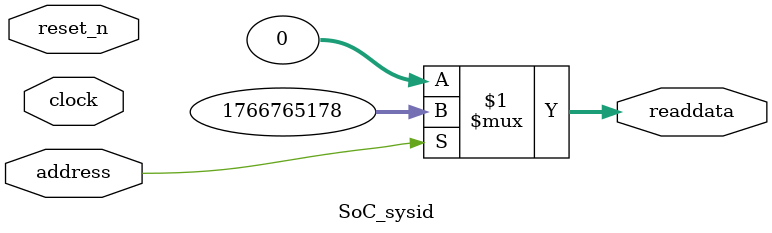
<source format=v>

`timescale 1ns / 1ps
// synthesis translate_on

// turn off superfluous verilog processor warnings 
// altera message_level Level1 
// altera message_off 10034 10035 10036 10037 10230 10240 10030 

module SoC_sysid (
               // inputs:
                address,
                clock,
                reset_n,

               // outputs:
                readdata
             )
;

  output  [ 31: 0] readdata;
  input            address;
  input            clock;
  input            reset_n;

  wire    [ 31: 0] readdata;
  //control_slave, which is an e_avalon_slave
  assign readdata = address ? 1766765178 : 0;

endmodule




</source>
